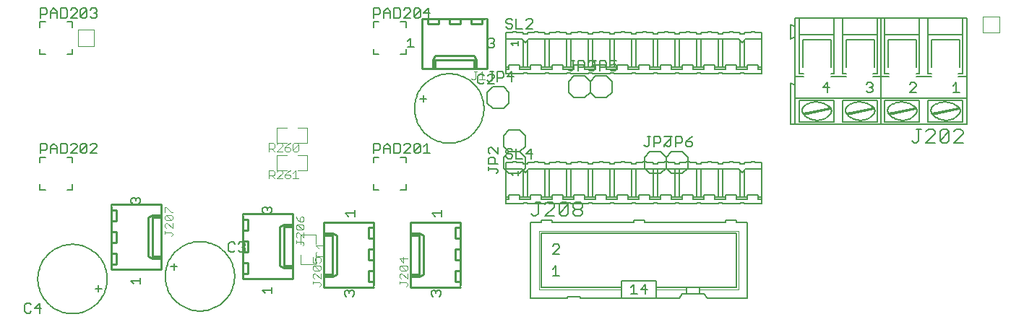
<source format=gtl>
G75*
G70*
%OFA0B0*%
%FSLAX24Y24*%
%IPPOS*%
%LPD*%
%AMOC8*
5,1,8,0,0,1.08239X$1,22.5*
%
%ADD10C,0.0050*%
%ADD11C,0.0020*%
%ADD12C,0.0070*%
%ADD13C,0.0060*%
%ADD14C,0.0040*%
%ADD15C,0.0100*%
%ADD16C,0.0030*%
D10*
X000369Y000522D02*
X000519Y000522D01*
X000594Y000597D01*
X000754Y000747D02*
X001055Y000747D01*
X000980Y000522D02*
X000980Y000972D01*
X000754Y000747D01*
X000594Y000897D02*
X000519Y000972D01*
X000369Y000972D01*
X000294Y000897D01*
X000294Y000597D01*
X000369Y000522D01*
X009690Y003422D02*
X009690Y003722D01*
X009765Y003797D01*
X009915Y003797D01*
X009990Y003722D01*
X010150Y003722D02*
X010225Y003797D01*
X010375Y003797D01*
X010450Y003722D01*
X010450Y003647D01*
X010375Y003572D01*
X010450Y003497D01*
X010450Y003422D01*
X010375Y003347D01*
X010225Y003347D01*
X010150Y003422D01*
X009990Y003422D02*
X009915Y003347D01*
X009765Y003347D01*
X009690Y003422D01*
X010300Y003572D02*
X010375Y003572D01*
X010340Y003847D02*
X010340Y004097D01*
X010340Y005097D01*
X012490Y004597D02*
X012640Y004597D01*
X012640Y004497D01*
X016390Y002972D02*
X016390Y002722D01*
X016390Y001722D01*
X018090Y002222D02*
X018090Y002322D01*
X018090Y002222D02*
X018240Y002222D01*
X020390Y002722D02*
X020390Y002972D01*
X020390Y002722D02*
X020390Y001722D01*
X023615Y001222D02*
X025315Y001222D01*
X025315Y001272D01*
X025915Y001272D01*
X025915Y001222D01*
X027815Y001222D01*
X027815Y001622D01*
X027815Y001722D01*
X024115Y001722D01*
X024115Y004222D01*
X033115Y004222D01*
X033115Y001722D01*
X031415Y001722D01*
X030815Y001722D01*
X029415Y001722D01*
X029415Y001622D01*
X029415Y001222D01*
X027815Y001222D01*
X028240Y001397D02*
X028540Y001397D01*
X028390Y001397D02*
X028390Y001847D01*
X028240Y001697D01*
X027815Y001722D02*
X027815Y002022D01*
X029415Y002022D01*
X029415Y001722D01*
X029000Y001622D02*
X028700Y001622D01*
X028925Y001847D01*
X028925Y001397D01*
X029415Y001222D02*
X030465Y001222D01*
X030615Y001422D01*
X030815Y001422D01*
X031415Y001422D01*
X031415Y001622D01*
X031415Y001722D01*
X030815Y001722D02*
X030815Y001622D01*
X030815Y001422D01*
X031415Y001422D02*
X031615Y001422D01*
X031765Y001222D01*
X033615Y001222D01*
X033615Y004722D01*
X033115Y004722D01*
X033115Y004822D01*
X032615Y004822D01*
X032615Y004722D01*
X028865Y004722D01*
X028865Y004822D01*
X028365Y004822D01*
X028365Y004722D01*
X024615Y004722D01*
X024615Y004822D01*
X024115Y004822D01*
X024115Y004722D01*
X023615Y004722D01*
X023615Y001222D01*
X024640Y002247D02*
X024940Y002247D01*
X024790Y002247D02*
X024790Y002697D01*
X024640Y002547D01*
X024640Y003247D02*
X024940Y003547D01*
X024940Y003622D01*
X024865Y003697D01*
X024715Y003697D01*
X024640Y003622D01*
X024640Y003247D02*
X024940Y003247D01*
X014240Y002222D02*
X014090Y002222D01*
X014090Y002322D01*
X006577Y004934D02*
X006577Y005034D01*
X006427Y005034D01*
X004277Y004534D02*
X004277Y004284D01*
X004277Y004534D02*
X004277Y005534D01*
X003617Y007897D02*
X003317Y007897D01*
X003617Y008197D01*
X003617Y008272D01*
X003542Y008347D01*
X003392Y008347D01*
X003317Y008272D01*
X003156Y008272D02*
X003081Y008347D01*
X002931Y008347D01*
X002856Y008272D01*
X002856Y007972D01*
X003156Y008272D01*
X003156Y007972D01*
X003081Y007897D01*
X002931Y007897D01*
X002856Y007972D01*
X002696Y007897D02*
X002396Y007897D01*
X002696Y008197D01*
X002696Y008272D01*
X002621Y008347D01*
X002471Y008347D01*
X002396Y008272D01*
X002236Y008272D02*
X002161Y008347D01*
X001936Y008347D01*
X001936Y007897D01*
X002161Y007897D01*
X002236Y007972D01*
X002236Y008272D01*
X001775Y008197D02*
X001625Y008347D01*
X001475Y008197D01*
X001475Y007897D01*
X001475Y008122D02*
X001775Y008122D01*
X001775Y008197D02*
X001775Y007897D01*
X001315Y008122D02*
X001240Y008047D01*
X001015Y008047D01*
X001015Y007897D02*
X001015Y008347D01*
X001240Y008347D01*
X001315Y008272D01*
X001315Y008122D01*
X016390Y008047D02*
X016615Y008047D01*
X016690Y008122D01*
X016690Y008272D01*
X016615Y008347D01*
X016390Y008347D01*
X016390Y007897D01*
X016850Y007897D02*
X016850Y008197D01*
X017000Y008347D01*
X017150Y008197D01*
X017150Y007897D01*
X017311Y007897D02*
X017536Y007897D01*
X017611Y007972D01*
X017611Y008272D01*
X017536Y008347D01*
X017311Y008347D01*
X017311Y007897D01*
X017150Y008122D02*
X016850Y008122D01*
X017771Y008272D02*
X017846Y008347D01*
X017996Y008347D01*
X018071Y008272D01*
X018071Y008197D01*
X017771Y007897D01*
X018071Y007897D01*
X018231Y007972D02*
X018531Y008272D01*
X018531Y007972D01*
X018456Y007897D01*
X018306Y007897D01*
X018231Y007972D01*
X018231Y008272D01*
X018306Y008347D01*
X018456Y008347D01*
X018531Y008272D01*
X018692Y008197D02*
X018842Y008347D01*
X018842Y007897D01*
X018692Y007897D02*
X018992Y007897D01*
X021669Y007962D02*
X021744Y007887D01*
X021669Y007962D02*
X021669Y008113D01*
X021744Y008188D01*
X021820Y008188D01*
X022120Y007887D01*
X022120Y008188D01*
X022490Y008032D02*
X022490Y007957D01*
X022565Y007882D01*
X022715Y007882D01*
X022790Y007807D01*
X022790Y007732D01*
X022715Y007657D01*
X022565Y007657D01*
X022490Y007732D01*
X022950Y007657D02*
X023250Y007657D01*
X022950Y007657D02*
X022950Y008107D01*
X022790Y008032D02*
X022715Y008107D01*
X022565Y008107D01*
X022490Y008032D01*
X021970Y007652D02*
X021895Y007727D01*
X021744Y007727D01*
X021669Y007652D01*
X021669Y007427D01*
X022120Y007427D01*
X021970Y007427D02*
X021970Y007652D01*
X021669Y007267D02*
X021669Y007117D01*
X021669Y007192D02*
X022045Y007192D01*
X022120Y007117D01*
X022120Y007042D01*
X022045Y006967D01*
X022700Y006980D02*
X022813Y006867D01*
X022700Y006980D02*
X023040Y006980D01*
X023040Y006867D02*
X023040Y007094D01*
X023636Y007657D02*
X023636Y008107D01*
X023411Y007882D01*
X023711Y007882D01*
X028860Y008292D02*
X028935Y008217D01*
X029010Y008217D01*
X029085Y008292D01*
X029085Y008667D01*
X029010Y008667D02*
X029160Y008667D01*
X029320Y008667D02*
X029545Y008667D01*
X029620Y008592D01*
X029620Y008442D01*
X029545Y008367D01*
X029320Y008367D01*
X029320Y008217D02*
X029320Y008667D01*
X029781Y008667D02*
X030081Y008667D01*
X030081Y008592D01*
X029781Y008292D01*
X029781Y008217D01*
X029860Y008292D02*
X029935Y008217D01*
X030010Y008217D01*
X030085Y008292D01*
X030085Y008667D01*
X030010Y008667D02*
X030160Y008667D01*
X030320Y008667D02*
X030545Y008667D01*
X030620Y008592D01*
X030620Y008442D01*
X030545Y008367D01*
X030320Y008367D01*
X030320Y008217D02*
X030320Y008667D01*
X030781Y008442D02*
X030931Y008592D01*
X031081Y008667D01*
X031006Y008442D02*
X030781Y008442D01*
X030781Y008292D01*
X030856Y008217D01*
X031006Y008217D01*
X031081Y008292D01*
X031081Y008367D01*
X031006Y008442D01*
X037324Y010721D02*
X037324Y011171D01*
X037099Y010946D01*
X037399Y010946D01*
X039099Y010796D02*
X039174Y010721D01*
X039324Y010721D01*
X039399Y010796D01*
X039399Y010871D01*
X039324Y010946D01*
X039249Y010946D01*
X039324Y010946D02*
X039399Y011021D01*
X039399Y011096D01*
X039324Y011171D01*
X039174Y011171D01*
X039099Y011096D01*
X041099Y011096D02*
X041174Y011171D01*
X041324Y011171D01*
X041399Y011096D01*
X041399Y011021D01*
X041099Y010721D01*
X041399Y010721D01*
X043099Y010721D02*
X043399Y010721D01*
X043249Y010721D02*
X043249Y011171D01*
X043099Y011021D01*
X027581Y011792D02*
X027506Y011717D01*
X027356Y011717D01*
X027281Y011792D01*
X027281Y011942D02*
X027431Y012017D01*
X027506Y012017D01*
X027581Y011942D01*
X027581Y011792D01*
X027281Y011942D02*
X027281Y012167D01*
X027581Y012167D01*
X027120Y012092D02*
X027120Y011942D01*
X027045Y011867D01*
X026820Y011867D01*
X026820Y011717D02*
X026820Y012167D01*
X027045Y012167D01*
X027120Y012092D01*
X026660Y012167D02*
X026510Y012167D01*
X026506Y012167D02*
X026581Y012092D01*
X026581Y012017D01*
X026506Y011942D01*
X026581Y011867D01*
X026581Y011792D01*
X026506Y011717D01*
X026356Y011717D01*
X026281Y011792D01*
X026360Y011792D02*
X026435Y011717D01*
X026510Y011717D01*
X026585Y011792D01*
X026585Y012167D01*
X026506Y012167D02*
X026356Y012167D01*
X026281Y012092D01*
X026120Y012092D02*
X026120Y011942D01*
X026045Y011867D01*
X025820Y011867D01*
X025820Y011717D02*
X025820Y012167D01*
X026045Y012167D01*
X026120Y012092D01*
X026431Y011942D02*
X026506Y011942D01*
X025660Y012167D02*
X025510Y012167D01*
X025585Y012167D02*
X025585Y011792D01*
X025510Y011717D01*
X025435Y011717D01*
X025360Y011792D01*
X022831Y011442D02*
X022531Y011442D01*
X022756Y011667D01*
X022756Y011217D01*
X022370Y011442D02*
X022295Y011367D01*
X022070Y011367D01*
X021950Y011397D02*
X021950Y011472D01*
X021875Y011547D01*
X021725Y011547D01*
X021650Y011472D01*
X021490Y011472D02*
X021415Y011547D01*
X021265Y011547D01*
X021190Y011472D01*
X021190Y011172D01*
X021265Y011097D01*
X021415Y011097D01*
X021490Y011172D01*
X021610Y011292D02*
X021685Y011217D01*
X021760Y011217D01*
X021835Y011292D01*
X021835Y011667D01*
X021760Y011667D02*
X021910Y011667D01*
X022070Y011667D02*
X022295Y011667D01*
X022370Y011592D01*
X022370Y011442D01*
X022070Y011217D02*
X022070Y011667D01*
X021950Y011397D02*
X021650Y011097D01*
X021950Y011097D01*
X021115Y011822D02*
X021015Y011822D01*
X021115Y011822D02*
X021115Y011972D01*
X022700Y012980D02*
X023040Y012980D01*
X023040Y012867D02*
X023040Y013094D01*
X022813Y012867D02*
X022700Y012980D01*
X022715Y013657D02*
X022565Y013657D01*
X022490Y013732D01*
X022565Y013882D02*
X022715Y013882D01*
X022790Y013807D01*
X022790Y013732D01*
X022715Y013657D01*
X022950Y013657D02*
X023250Y013657D01*
X023411Y013657D02*
X023711Y013957D01*
X023711Y014032D01*
X023636Y014107D01*
X023486Y014107D01*
X023411Y014032D01*
X022950Y014107D02*
X022950Y013657D01*
X022565Y013882D02*
X022490Y013957D01*
X022490Y014032D01*
X022565Y014107D01*
X022715Y014107D01*
X022790Y014032D01*
X023411Y013657D02*
X023711Y013657D01*
X021615Y014122D02*
X020615Y014122D01*
X020365Y014122D01*
X018992Y014372D02*
X018692Y014372D01*
X018917Y014597D01*
X018917Y014147D01*
X018531Y014222D02*
X018456Y014147D01*
X018306Y014147D01*
X018231Y014222D01*
X018531Y014522D01*
X018531Y014222D01*
X018231Y014222D02*
X018231Y014522D01*
X018306Y014597D01*
X018456Y014597D01*
X018531Y014522D01*
X018071Y014522D02*
X018071Y014447D01*
X017771Y014147D01*
X018071Y014147D01*
X017611Y014222D02*
X017611Y014522D01*
X017536Y014597D01*
X017311Y014597D01*
X017311Y014147D01*
X017536Y014147D01*
X017611Y014222D01*
X017150Y014147D02*
X017150Y014447D01*
X017000Y014597D01*
X016850Y014447D01*
X016850Y014147D01*
X016690Y014372D02*
X016615Y014297D01*
X016390Y014297D01*
X016390Y014147D02*
X016390Y014597D01*
X016615Y014597D01*
X016690Y014522D01*
X016690Y014372D01*
X016850Y014372D02*
X017150Y014372D01*
X017771Y014522D02*
X017846Y014597D01*
X017996Y014597D01*
X018071Y014522D01*
X003617Y014522D02*
X003617Y014447D01*
X003542Y014372D01*
X003617Y014297D01*
X003617Y014222D01*
X003542Y014147D01*
X003392Y014147D01*
X003317Y014222D01*
X003156Y014222D02*
X003081Y014147D01*
X002931Y014147D01*
X002856Y014222D01*
X003156Y014522D01*
X003156Y014222D01*
X002856Y014222D02*
X002856Y014522D01*
X002931Y014597D01*
X003081Y014597D01*
X003156Y014522D01*
X003317Y014522D02*
X003392Y014597D01*
X003542Y014597D01*
X003617Y014522D01*
X003542Y014372D02*
X003467Y014372D01*
X002696Y014447D02*
X002396Y014147D01*
X002696Y014147D01*
X002236Y014222D02*
X002236Y014522D01*
X002161Y014597D01*
X001936Y014597D01*
X001936Y014147D01*
X002161Y014147D01*
X002236Y014222D01*
X001775Y014147D02*
X001775Y014447D01*
X001625Y014597D01*
X001475Y014447D01*
X001475Y014147D01*
X001315Y014372D02*
X001240Y014297D01*
X001015Y014297D01*
X001015Y014147D02*
X001015Y014597D01*
X001240Y014597D01*
X001315Y014522D01*
X001315Y014372D01*
X001475Y014372D02*
X001775Y014372D01*
X002396Y014522D02*
X002471Y014597D01*
X002621Y014597D01*
X002696Y014522D01*
X002696Y014447D01*
D11*
X002740Y013597D02*
X003490Y013597D01*
X003490Y012847D01*
X002740Y012847D01*
X002740Y013597D01*
X024015Y004322D02*
X024015Y001622D01*
X027815Y001622D01*
X029415Y001622D02*
X030815Y001622D01*
X031415Y001622D02*
X033215Y001622D01*
X033215Y004322D01*
X024015Y004322D01*
X044490Y013472D02*
X044490Y014222D01*
X045240Y014222D01*
X045240Y013472D01*
X044490Y013472D01*
D12*
X043460Y009012D02*
X043250Y009012D01*
X043144Y008907D01*
X042920Y008907D02*
X042500Y008486D01*
X042605Y008381D01*
X042815Y008381D01*
X042920Y008486D01*
X042920Y008907D01*
X042815Y009012D01*
X042605Y009012D01*
X042500Y008907D01*
X042500Y008486D01*
X042276Y008381D02*
X041855Y008381D01*
X042276Y008801D01*
X042276Y008907D01*
X042171Y009012D01*
X041961Y009012D01*
X041855Y008907D01*
X041631Y009012D02*
X041421Y009012D01*
X041526Y009012D02*
X041526Y008486D01*
X041421Y008381D01*
X041316Y008381D01*
X041211Y008486D01*
X043144Y008381D02*
X043565Y008801D01*
X043565Y008907D01*
X043460Y009012D01*
X043565Y008381D02*
X043144Y008381D01*
X026004Y005532D02*
X026004Y005427D01*
X025899Y005322D01*
X025688Y005322D01*
X025583Y005427D01*
X025583Y005532D01*
X025688Y005637D01*
X025899Y005637D01*
X026004Y005532D01*
X025899Y005322D02*
X026004Y005217D01*
X026004Y005112D01*
X025899Y005007D01*
X025688Y005007D01*
X025583Y005112D01*
X025583Y005217D01*
X025688Y005322D01*
X025359Y005532D02*
X024939Y005112D01*
X025044Y005007D01*
X025254Y005007D01*
X025359Y005112D01*
X025359Y005532D01*
X025254Y005637D01*
X025044Y005637D01*
X024939Y005532D01*
X024939Y005112D01*
X024715Y005007D02*
X024294Y005007D01*
X024715Y005427D01*
X024715Y005532D01*
X024610Y005637D01*
X024399Y005637D01*
X024294Y005532D01*
X024070Y005637D02*
X023860Y005637D01*
X023965Y005637D02*
X023965Y005112D01*
X023860Y005007D01*
X023755Y005007D01*
X023650Y005112D01*
X019495Y005140D02*
X019065Y005140D01*
X019209Y004996D01*
X019495Y004996D02*
X019495Y005283D01*
X015495Y005283D02*
X015495Y004996D01*
X015495Y005140D02*
X015065Y005140D01*
X015209Y004996D01*
X011684Y005204D02*
X011613Y005132D01*
X011684Y005204D02*
X011684Y005347D01*
X011613Y005419D01*
X011541Y005419D01*
X011469Y005347D01*
X011469Y005275D01*
X011469Y005347D02*
X011397Y005419D01*
X011326Y005419D01*
X011254Y005347D01*
X011254Y005204D01*
X011326Y005132D01*
X005622Y005641D02*
X005550Y005569D01*
X005622Y005641D02*
X005622Y005785D01*
X005550Y005856D01*
X005478Y005856D01*
X005407Y005785D01*
X005407Y005713D01*
X005407Y005785D02*
X005335Y005856D01*
X005263Y005856D01*
X005191Y005785D01*
X005191Y005641D01*
X005263Y005569D01*
X005602Y002156D02*
X005602Y001869D01*
X005602Y002013D02*
X005171Y002013D01*
X005315Y001869D01*
X011234Y001575D02*
X011377Y001432D01*
X011234Y001575D02*
X011664Y001575D01*
X011664Y001432D02*
X011664Y001719D01*
X015045Y001511D02*
X015045Y001368D01*
X015117Y001296D01*
X015260Y001440D02*
X015260Y001511D01*
X015332Y001583D01*
X015404Y001583D01*
X015475Y001511D01*
X015475Y001368D01*
X015404Y001296D01*
X015260Y001511D02*
X015189Y001583D01*
X015117Y001583D01*
X015045Y001511D01*
X019045Y001511D02*
X019045Y001368D01*
X019117Y001296D01*
X019260Y001440D02*
X019260Y001511D01*
X019332Y001583D01*
X019404Y001583D01*
X019475Y001511D01*
X019475Y001368D01*
X019404Y001296D01*
X019260Y001511D02*
X019189Y001583D01*
X019117Y001583D01*
X019045Y001511D01*
X018237Y012797D02*
X017950Y012797D01*
X018093Y012797D02*
X018093Y013228D01*
X017950Y013084D01*
X021650Y013136D02*
X021722Y013208D01*
X021865Y013208D01*
X021937Y013136D01*
X021937Y013064D01*
X021865Y012992D01*
X021937Y012921D01*
X021937Y012849D01*
X021865Y012777D01*
X021722Y012777D01*
X021650Y012849D01*
X021793Y012992D02*
X021865Y012992D01*
D13*
X022465Y013172D02*
X023215Y013172D01*
X023265Y013122D01*
X023265Y011872D01*
X023465Y011872D01*
X023465Y013122D01*
X023515Y013172D01*
X024265Y013172D01*
X024265Y011872D01*
X024465Y011872D01*
X024465Y013172D01*
X025265Y013172D01*
X025465Y013172D01*
X026265Y013172D01*
X026465Y013172D01*
X027265Y013172D01*
X027465Y013172D01*
X028265Y013172D01*
X028465Y013172D01*
X029265Y013172D01*
X029465Y013172D01*
X030265Y013172D01*
X030465Y013172D01*
X031265Y013172D01*
X031465Y013172D01*
X032265Y013172D01*
X032465Y013172D01*
X033215Y013172D01*
X033265Y013122D01*
X033265Y011872D01*
X033465Y011872D01*
X033465Y013122D01*
X033515Y013172D01*
X034265Y013172D01*
X034265Y011872D01*
X034265Y011772D01*
X034115Y011772D01*
X034115Y011872D01*
X034115Y011972D01*
X033615Y011972D01*
X033615Y011872D01*
X033465Y011872D01*
X033615Y011872D02*
X033615Y011772D01*
X033115Y011772D01*
X033115Y011872D01*
X033265Y011872D01*
X033115Y011872D02*
X033115Y011972D01*
X032615Y011972D01*
X032615Y011872D01*
X032465Y011872D01*
X032465Y013172D01*
X032265Y013172D02*
X032265Y011872D01*
X032465Y011872D01*
X032615Y011872D02*
X032615Y011772D01*
X032115Y011772D01*
X032115Y011872D01*
X032265Y011872D01*
X032115Y011872D02*
X032115Y011972D01*
X031615Y011972D01*
X031615Y011872D01*
X031465Y011872D01*
X031465Y013172D01*
X031265Y013172D02*
X031265Y011872D01*
X031465Y011872D01*
X031615Y011872D02*
X031615Y011772D01*
X031115Y011772D01*
X031115Y011872D01*
X031265Y011872D01*
X031115Y011872D02*
X031115Y011972D01*
X030615Y011972D01*
X030615Y011872D01*
X030465Y011872D01*
X030465Y013172D01*
X030265Y013172D02*
X030265Y011872D01*
X030465Y011872D01*
X030615Y011872D02*
X030615Y011772D01*
X030115Y011772D01*
X030115Y011872D01*
X030265Y011872D01*
X030115Y011872D02*
X030115Y011972D01*
X029615Y011972D01*
X029615Y011872D01*
X029465Y011872D01*
X029465Y013172D01*
X029265Y013172D02*
X029265Y011872D01*
X029465Y011872D01*
X029615Y011872D02*
X029615Y011772D01*
X029115Y011772D01*
X029115Y011872D01*
X029265Y011872D01*
X029115Y011872D02*
X029115Y011972D01*
X028615Y011972D01*
X028615Y011872D01*
X028465Y011872D01*
X028465Y013172D01*
X028265Y013172D02*
X028265Y011872D01*
X028465Y011872D01*
X028615Y011872D02*
X028615Y011772D01*
X028115Y011772D01*
X028115Y011872D01*
X028265Y011872D01*
X028115Y011872D02*
X028115Y011972D01*
X027615Y011972D01*
X027615Y011872D01*
X027465Y011872D01*
X027465Y013172D01*
X027265Y013172D02*
X027265Y011872D01*
X027465Y011872D01*
X027615Y011872D02*
X027615Y011772D01*
X027115Y011772D01*
X027115Y011872D01*
X027265Y011872D01*
X027115Y011872D02*
X027115Y011972D01*
X026615Y011972D01*
X026615Y011872D01*
X026465Y011872D01*
X026465Y013172D01*
X026265Y013172D02*
X026265Y011872D01*
X026465Y011872D01*
X026615Y011872D02*
X026615Y011772D01*
X026115Y011772D01*
X026115Y011872D01*
X026265Y011872D01*
X026115Y011872D02*
X026115Y011972D01*
X025615Y011972D01*
X025615Y011872D01*
X025465Y011872D01*
X025265Y011872D01*
X025115Y011872D01*
X025115Y011972D01*
X024615Y011972D01*
X024615Y011872D01*
X024465Y011872D01*
X024615Y011872D02*
X024615Y011772D01*
X024115Y011772D01*
X024115Y011872D01*
X024265Y011872D01*
X024115Y011872D02*
X024115Y011972D01*
X023615Y011972D01*
X023615Y011872D01*
X023465Y011872D01*
X023615Y011872D02*
X023615Y011772D01*
X023115Y011772D01*
X023115Y011872D01*
X023265Y011872D01*
X023115Y011872D02*
X023115Y011972D01*
X022615Y011972D01*
X022615Y011872D01*
X022465Y011872D01*
X022465Y011772D01*
X022615Y011772D01*
X022615Y011872D01*
X022465Y011872D02*
X022465Y013172D01*
X022465Y013472D01*
X022765Y013472D01*
X022765Y013522D01*
X022965Y013522D01*
X022965Y013472D01*
X023265Y013472D01*
X023265Y013422D01*
X023465Y013422D01*
X023465Y013472D01*
X023765Y013472D01*
X023765Y013522D01*
X023965Y013522D01*
X023965Y013472D01*
X024265Y013472D01*
X024265Y013422D01*
X024465Y013422D01*
X024465Y013472D01*
X024765Y013472D01*
X024765Y013522D01*
X024965Y013522D01*
X024965Y013472D01*
X025265Y013472D01*
X025265Y013422D01*
X025465Y013422D01*
X025465Y013472D01*
X025765Y013472D01*
X025765Y013522D01*
X025965Y013522D01*
X025965Y013472D01*
X026265Y013472D01*
X026265Y013422D01*
X026465Y013422D01*
X026465Y013472D01*
X026765Y013472D01*
X026765Y013522D01*
X026965Y013522D01*
X026965Y013472D01*
X027265Y013472D01*
X027265Y013422D01*
X027465Y013422D01*
X027465Y013472D01*
X027765Y013472D01*
X027765Y013522D01*
X027965Y013522D01*
X027965Y013472D01*
X028265Y013472D01*
X028265Y013422D01*
X028465Y013422D01*
X028465Y013472D01*
X028765Y013472D01*
X028765Y013522D01*
X028965Y013522D01*
X028965Y013472D01*
X029265Y013472D01*
X029265Y013422D01*
X029465Y013422D01*
X029465Y013472D01*
X029765Y013472D01*
X029765Y013522D01*
X029965Y013522D01*
X029965Y013472D01*
X030265Y013472D01*
X030265Y013422D01*
X030465Y013422D01*
X030465Y013472D01*
X030765Y013472D01*
X030765Y013522D01*
X030965Y013522D01*
X030965Y013472D01*
X031265Y013472D01*
X031265Y013422D01*
X031465Y013422D01*
X031465Y013472D01*
X031765Y013472D01*
X031765Y013522D01*
X031965Y013522D01*
X031965Y013472D01*
X032265Y013472D01*
X032265Y013422D01*
X032465Y013422D01*
X032465Y013472D01*
X032765Y013472D01*
X032765Y013522D01*
X032965Y013522D01*
X032965Y013472D01*
X033265Y013472D01*
X033265Y013422D01*
X033465Y013422D01*
X033465Y013472D01*
X033765Y013472D01*
X033765Y013522D01*
X033965Y013522D01*
X033965Y013472D01*
X034265Y013472D01*
X034265Y013172D01*
X033465Y013122D02*
X033365Y013022D01*
X033265Y013122D01*
X035614Y013196D02*
X035614Y013846D01*
X035814Y013746D01*
X035814Y013296D01*
X035814Y011446D01*
X036214Y011446D01*
X036214Y011596D02*
X036014Y011596D01*
X036014Y013396D01*
X036014Y014146D01*
X035814Y014146D01*
X035814Y013746D01*
X036014Y014146D02*
X037614Y014146D01*
X038014Y014146D01*
X039614Y014146D01*
X039784Y014146D01*
X039784Y011446D01*
X040154Y011446D01*
X040154Y011596D02*
X039954Y011596D01*
X039954Y013396D01*
X039954Y014146D01*
X039784Y014146D01*
X039614Y014146D02*
X039614Y013396D01*
X038014Y013396D01*
X038014Y011596D01*
X038164Y011596D01*
X038164Y011446D02*
X037464Y011446D01*
X037464Y011596D02*
X037614Y011596D01*
X037614Y013396D01*
X036014Y013396D01*
X035814Y013296D02*
X035614Y013196D01*
X036164Y013146D02*
X037464Y013146D01*
X037464Y011896D01*
X038164Y011896D02*
X038164Y013146D01*
X039464Y013146D01*
X039464Y011896D01*
X040104Y011896D02*
X040104Y013146D01*
X041404Y013146D01*
X041404Y011896D01*
X041404Y011596D02*
X041554Y011596D01*
X041554Y013396D01*
X039954Y013396D01*
X039614Y013396D02*
X039614Y011596D01*
X039414Y011596D01*
X039414Y011446D02*
X039784Y011446D01*
X039784Y010446D01*
X039784Y009246D01*
X035814Y009246D01*
X035614Y009246D01*
X035614Y011146D01*
X035814Y011046D01*
X035814Y010446D01*
X039784Y010446D01*
X043754Y010446D01*
X043754Y009246D01*
X039784Y009246D01*
X039614Y009346D02*
X038014Y009346D01*
X038014Y010346D01*
X039614Y010346D01*
X039614Y009346D01*
X039954Y009346D02*
X039954Y010346D01*
X041554Y010346D01*
X041554Y009346D01*
X039954Y009346D01*
X040157Y010075D02*
X040207Y010109D01*
X040258Y010141D01*
X040312Y010169D01*
X040367Y010194D01*
X040423Y010215D01*
X040481Y010233D01*
X040539Y010247D01*
X040599Y010257D01*
X040659Y010264D01*
X040719Y010267D01*
X040779Y010266D01*
X040839Y010261D01*
X040899Y010253D01*
X040958Y010241D01*
X041016Y010225D01*
X041073Y010205D01*
X041129Y010182D01*
X041183Y010156D01*
X041236Y010126D01*
X041286Y010093D01*
X041334Y010056D01*
X041344Y009996D02*
X040144Y009746D01*
X040194Y009696D02*
X041394Y009946D01*
X041317Y010070D02*
X041343Y010053D01*
X041366Y010034D01*
X041386Y010011D01*
X041403Y009987D01*
X041417Y009960D01*
X041428Y009931D01*
X041434Y009902D01*
X041437Y009872D01*
X041436Y009841D01*
X041431Y009812D01*
X041422Y009783D01*
X041409Y009755D01*
X041393Y009730D01*
X041374Y009706D01*
X042144Y009746D02*
X043344Y009996D01*
X043394Y009946D02*
X042194Y009696D01*
X042154Y009706D02*
X042135Y009730D01*
X042119Y009755D01*
X042106Y009783D01*
X042096Y009811D01*
X042089Y009841D01*
X042085Y009871D01*
X042085Y009901D01*
X042089Y009932D01*
X042096Y009961D01*
X042106Y009990D01*
X042119Y010017D01*
X042135Y010043D01*
X042154Y010066D01*
X042176Y010088D01*
X042152Y009704D02*
X042189Y009664D01*
X042229Y009627D01*
X042271Y009592D01*
X042315Y009561D01*
X042361Y009532D01*
X042409Y009507D01*
X042459Y009484D01*
X042510Y009466D01*
X042562Y009450D01*
X042616Y009439D01*
X042669Y009431D01*
X042724Y009426D01*
X042778Y009425D01*
X042833Y009428D01*
X042887Y009434D01*
X042940Y009444D01*
X042993Y009458D01*
X043044Y009475D01*
X043095Y009496D01*
X043144Y009519D01*
X043191Y009547D01*
X043236Y009577D01*
X043280Y009610D01*
X043320Y009646D01*
X043359Y009685D01*
X043394Y009726D01*
X043374Y009706D02*
X043393Y009730D01*
X043409Y009755D01*
X043422Y009783D01*
X043431Y009812D01*
X043436Y009841D01*
X043437Y009872D01*
X043434Y009902D01*
X043428Y009931D01*
X043417Y009960D01*
X043403Y009987D01*
X043386Y010011D01*
X043366Y010034D01*
X043343Y010053D01*
X043317Y010070D01*
X043554Y010346D02*
X043554Y009346D01*
X041954Y009346D01*
X041954Y010346D01*
X043554Y010346D01*
X043754Y010446D02*
X043754Y011446D01*
X043354Y011446D01*
X043354Y011596D02*
X043554Y011596D01*
X043554Y013396D01*
X043554Y014146D01*
X041954Y014146D01*
X041554Y014146D01*
X039954Y014146D01*
X041554Y014146D02*
X041554Y013396D01*
X041954Y013396D02*
X041954Y011596D01*
X042104Y011596D01*
X042104Y011446D02*
X041404Y011446D01*
X042104Y011896D02*
X042104Y013146D01*
X043404Y013146D01*
X043404Y011896D01*
X043754Y011446D02*
X043754Y014146D01*
X043554Y014146D01*
X041954Y014146D02*
X041954Y013396D01*
X043554Y013396D01*
X038014Y013396D02*
X038014Y014146D01*
X037614Y014146D02*
X037614Y013396D01*
X036164Y013146D02*
X036164Y011896D01*
X035814Y011446D02*
X035814Y011046D01*
X034265Y011572D02*
X034265Y011772D01*
X034265Y011872D02*
X034115Y011872D01*
X034265Y011572D02*
X033465Y011572D01*
X033465Y011622D01*
X033265Y011622D01*
X033265Y011572D01*
X032465Y011572D01*
X032465Y011622D01*
X032265Y011622D01*
X032265Y011572D01*
X031465Y011572D01*
X031465Y011622D01*
X031265Y011622D01*
X031265Y011572D01*
X030465Y011572D01*
X030465Y011622D01*
X030265Y011622D01*
X030265Y011572D01*
X029465Y011572D01*
X029465Y011622D01*
X029265Y011622D01*
X029265Y011572D01*
X028465Y011572D01*
X028465Y011622D01*
X028265Y011622D01*
X028265Y011572D01*
X027465Y011572D01*
X027465Y011622D01*
X027265Y011622D01*
X027265Y011572D01*
X026465Y011572D01*
X026465Y011622D01*
X026265Y011622D01*
X026265Y011572D01*
X025465Y011572D01*
X025465Y011622D01*
X025265Y011622D01*
X025265Y011572D01*
X024465Y011572D01*
X024465Y011622D01*
X024265Y011622D01*
X024265Y011572D01*
X023465Y011572D01*
X023465Y011622D01*
X023265Y011622D01*
X023265Y011572D01*
X022465Y011572D01*
X022465Y011772D01*
X022365Y010972D02*
X021865Y010972D01*
X021615Y010722D01*
X021615Y010222D01*
X021865Y009972D01*
X022365Y009972D01*
X022615Y010222D01*
X022615Y010722D01*
X022365Y010972D01*
X018265Y009972D02*
X018267Y010052D01*
X018273Y010131D01*
X018283Y010210D01*
X018297Y010289D01*
X018314Y010367D01*
X018336Y010444D01*
X018361Y010519D01*
X018391Y010593D01*
X018423Y010666D01*
X018460Y010737D01*
X018500Y010806D01*
X018543Y010873D01*
X018590Y010938D01*
X018639Y011000D01*
X018692Y011060D01*
X018748Y011117D01*
X018806Y011172D01*
X018867Y011223D01*
X018931Y011271D01*
X018997Y011316D01*
X019065Y011358D01*
X019135Y011396D01*
X019207Y011430D01*
X019280Y011461D01*
X019355Y011489D01*
X019432Y011512D01*
X019509Y011532D01*
X019587Y011548D01*
X019666Y011560D01*
X019745Y011568D01*
X019825Y011572D01*
X019905Y011572D01*
X019985Y011568D01*
X020064Y011560D01*
X020143Y011548D01*
X020221Y011532D01*
X020298Y011512D01*
X020375Y011489D01*
X020450Y011461D01*
X020523Y011430D01*
X020595Y011396D01*
X020665Y011358D01*
X020733Y011316D01*
X020799Y011271D01*
X020863Y011223D01*
X020924Y011172D01*
X020982Y011117D01*
X021038Y011060D01*
X021091Y011000D01*
X021140Y010938D01*
X021187Y010873D01*
X021230Y010806D01*
X021270Y010737D01*
X021307Y010666D01*
X021339Y010593D01*
X021369Y010519D01*
X021394Y010444D01*
X021416Y010367D01*
X021433Y010289D01*
X021447Y010210D01*
X021457Y010131D01*
X021463Y010052D01*
X021465Y009972D01*
X021463Y009892D01*
X021457Y009813D01*
X021447Y009734D01*
X021433Y009655D01*
X021416Y009577D01*
X021394Y009500D01*
X021369Y009425D01*
X021339Y009351D01*
X021307Y009278D01*
X021270Y009207D01*
X021230Y009138D01*
X021187Y009071D01*
X021140Y009006D01*
X021091Y008944D01*
X021038Y008884D01*
X020982Y008827D01*
X020924Y008772D01*
X020863Y008721D01*
X020799Y008673D01*
X020733Y008628D01*
X020665Y008586D01*
X020595Y008548D01*
X020523Y008514D01*
X020450Y008483D01*
X020375Y008455D01*
X020298Y008432D01*
X020221Y008412D01*
X020143Y008396D01*
X020064Y008384D01*
X019985Y008376D01*
X019905Y008372D01*
X019825Y008372D01*
X019745Y008376D01*
X019666Y008384D01*
X019587Y008396D01*
X019509Y008412D01*
X019432Y008432D01*
X019355Y008455D01*
X019280Y008483D01*
X019207Y008514D01*
X019135Y008548D01*
X019065Y008586D01*
X018997Y008628D01*
X018931Y008673D01*
X018867Y008721D01*
X018806Y008772D01*
X018748Y008827D01*
X018692Y008884D01*
X018639Y008944D01*
X018590Y009006D01*
X018543Y009071D01*
X018500Y009138D01*
X018460Y009207D01*
X018423Y009278D01*
X018391Y009351D01*
X018361Y009425D01*
X018336Y009500D01*
X018314Y009577D01*
X018297Y009655D01*
X018283Y009734D01*
X018273Y009813D01*
X018267Y009892D01*
X018265Y009972D01*
X018665Y010272D02*
X018665Y010572D01*
X018515Y010422D02*
X018815Y010422D01*
X022365Y008722D02*
X022615Y008972D01*
X023115Y008972D01*
X023365Y008722D01*
X023365Y008222D01*
X023115Y007972D01*
X023365Y007722D01*
X023365Y007222D01*
X023115Y006972D01*
X022615Y006972D01*
X022365Y007222D01*
X022365Y007722D01*
X022615Y007972D01*
X022365Y008222D01*
X022365Y008722D01*
X022615Y007972D02*
X023115Y007972D01*
X022965Y007522D02*
X022765Y007522D01*
X022765Y007472D01*
X022465Y007472D01*
X022465Y007172D01*
X023215Y007172D01*
X023265Y007122D01*
X023265Y005872D01*
X023465Y005872D01*
X023465Y007122D01*
X023515Y007172D01*
X024265Y007172D01*
X024265Y005872D01*
X024465Y005872D01*
X024465Y007172D01*
X025265Y007172D01*
X025465Y007172D01*
X026265Y007172D01*
X026465Y007172D01*
X027265Y007172D01*
X027465Y007172D01*
X028265Y007172D01*
X028465Y007172D01*
X029265Y007172D01*
X029465Y007172D01*
X030265Y007172D01*
X030465Y007172D01*
X031265Y007172D01*
X031465Y007172D01*
X032265Y007172D01*
X032465Y007172D01*
X033215Y007172D01*
X033265Y007122D01*
X033265Y005872D01*
X033465Y005872D01*
X033465Y007122D01*
X033515Y007172D01*
X034265Y007172D01*
X034265Y005872D01*
X034265Y005772D01*
X034115Y005772D01*
X034115Y005872D01*
X034115Y005972D01*
X033615Y005972D01*
X033615Y005872D01*
X033465Y005872D01*
X033615Y005872D02*
X033615Y005772D01*
X033115Y005772D01*
X033115Y005872D01*
X033265Y005872D01*
X033115Y005872D02*
X033115Y005972D01*
X032615Y005972D01*
X032615Y005872D01*
X032465Y005872D01*
X032465Y007172D01*
X032265Y007172D02*
X032265Y005872D01*
X032465Y005872D01*
X032615Y005872D02*
X032615Y005772D01*
X032115Y005772D01*
X032115Y005872D01*
X032265Y005872D01*
X032115Y005872D02*
X032115Y005972D01*
X031615Y005972D01*
X031615Y005872D01*
X031465Y005872D01*
X031465Y007172D01*
X031265Y007172D02*
X031265Y005872D01*
X031465Y005872D01*
X031615Y005872D02*
X031615Y005772D01*
X031115Y005772D01*
X031115Y005872D01*
X031265Y005872D01*
X031115Y005872D02*
X031115Y005972D01*
X030615Y005972D01*
X030615Y005872D01*
X030465Y005872D01*
X030465Y007172D01*
X030265Y007172D02*
X030265Y005872D01*
X030465Y005872D01*
X030615Y005872D02*
X030615Y005772D01*
X030115Y005772D01*
X030115Y005872D01*
X030265Y005872D01*
X030115Y005872D02*
X030115Y005972D01*
X029615Y005972D01*
X029615Y005872D01*
X029465Y005872D01*
X029465Y007172D01*
X029265Y007172D02*
X029265Y005872D01*
X029465Y005872D01*
X029615Y005872D02*
X029615Y005772D01*
X029115Y005772D01*
X029115Y005872D01*
X029265Y005872D01*
X029115Y005872D02*
X029115Y005972D01*
X028615Y005972D01*
X028615Y005872D01*
X028465Y005872D01*
X028465Y007172D01*
X028265Y007172D02*
X028265Y005872D01*
X028465Y005872D01*
X028615Y005872D02*
X028615Y005772D01*
X028115Y005772D01*
X028115Y005872D01*
X028265Y005872D01*
X028115Y005872D02*
X028115Y005972D01*
X027615Y005972D01*
X027615Y005872D01*
X027465Y005872D01*
X027465Y007172D01*
X027265Y007172D02*
X027265Y005872D01*
X027465Y005872D01*
X027615Y005872D02*
X027615Y005772D01*
X027115Y005772D01*
X027115Y005872D01*
X027265Y005872D01*
X027115Y005872D02*
X027115Y005972D01*
X026615Y005972D01*
X026615Y005872D01*
X026465Y005872D01*
X026465Y007172D01*
X026265Y007172D02*
X026265Y005872D01*
X026465Y005872D01*
X026615Y005872D02*
X026615Y005772D01*
X026115Y005772D01*
X026115Y005872D01*
X026265Y005872D01*
X026115Y005872D02*
X026115Y005972D01*
X025615Y005972D01*
X025615Y005872D01*
X025465Y005872D01*
X025265Y005872D01*
X025115Y005872D01*
X025115Y005972D01*
X024615Y005972D01*
X024615Y005872D01*
X024465Y005872D01*
X024615Y005872D02*
X024615Y005772D01*
X024115Y005772D01*
X024115Y005872D01*
X024265Y005872D01*
X024115Y005872D02*
X024115Y005972D01*
X023615Y005972D01*
X023615Y005872D01*
X023465Y005872D01*
X023615Y005872D02*
X023615Y005772D01*
X023115Y005772D01*
X023115Y005872D01*
X023265Y005872D01*
X023115Y005872D02*
X023115Y005972D01*
X022615Y005972D01*
X022615Y005872D01*
X022465Y005872D01*
X022465Y005772D01*
X022615Y005772D01*
X022615Y005872D01*
X022465Y005872D02*
X022465Y007172D01*
X023265Y007122D02*
X023365Y007022D01*
X023465Y007122D01*
X023465Y007422D02*
X023265Y007422D01*
X023265Y007472D01*
X022965Y007472D01*
X022965Y007522D01*
X023465Y007472D02*
X023765Y007472D01*
X023765Y007522D01*
X023965Y007522D01*
X023965Y007472D01*
X024265Y007472D01*
X024265Y007422D01*
X024465Y007422D01*
X024465Y007472D01*
X024765Y007472D01*
X024765Y007522D01*
X024965Y007522D01*
X024965Y007472D01*
X025265Y007472D01*
X025265Y007422D01*
X025465Y007422D01*
X025465Y007472D01*
X025765Y007472D01*
X025765Y007522D01*
X025965Y007522D01*
X025965Y007472D01*
X026265Y007472D01*
X026265Y007422D01*
X026465Y007422D01*
X026465Y007472D01*
X026765Y007472D01*
X026765Y007522D01*
X026965Y007522D01*
X026965Y007472D01*
X027265Y007472D01*
X027265Y007422D01*
X027465Y007422D01*
X027465Y007472D01*
X027765Y007472D01*
X027765Y007522D01*
X027965Y007522D01*
X027965Y007472D01*
X028265Y007472D01*
X028265Y007422D01*
X028465Y007422D01*
X028465Y007472D01*
X028765Y007472D01*
X028765Y007522D01*
X028965Y007522D01*
X028965Y007472D01*
X029265Y007472D01*
X029265Y007422D01*
X029465Y007422D01*
X029465Y007472D01*
X029765Y007472D01*
X029765Y007522D01*
X029965Y007522D01*
X029965Y007472D01*
X030265Y007472D01*
X030265Y007422D01*
X030465Y007422D01*
X030465Y007472D01*
X030765Y007472D01*
X030765Y007522D01*
X030965Y007522D01*
X030965Y007472D01*
X031265Y007472D01*
X031265Y007422D01*
X031465Y007422D01*
X031465Y007472D01*
X031765Y007472D01*
X031765Y007522D01*
X031965Y007522D01*
X031965Y007472D01*
X032265Y007472D01*
X032265Y007422D01*
X032465Y007422D01*
X032465Y007472D01*
X032765Y007472D01*
X032765Y007522D01*
X032965Y007522D01*
X032965Y007472D01*
X033265Y007472D01*
X033265Y007422D01*
X033465Y007422D01*
X033465Y007472D01*
X033765Y007472D01*
X033765Y007522D01*
X033965Y007522D01*
X033965Y007472D01*
X034265Y007472D01*
X034265Y007172D01*
X033465Y007122D02*
X033365Y007022D01*
X033265Y007122D01*
X030865Y007222D02*
X030615Y006972D01*
X030115Y006972D01*
X029865Y007222D01*
X029615Y006972D01*
X029115Y006972D01*
X028865Y007222D01*
X028865Y007722D01*
X029115Y007972D01*
X029615Y007972D01*
X029865Y007722D01*
X029865Y007222D01*
X029865Y007722D01*
X030115Y007972D01*
X030615Y007972D01*
X030865Y007722D01*
X030865Y007222D01*
X034115Y005872D02*
X034265Y005872D01*
X034265Y005772D02*
X034265Y005572D01*
X033465Y005572D01*
X033465Y005622D01*
X033265Y005622D01*
X033265Y005572D01*
X032465Y005572D01*
X032465Y005622D01*
X032265Y005622D01*
X032265Y005572D01*
X031465Y005572D01*
X031465Y005622D01*
X031265Y005622D01*
X031265Y005572D01*
X030465Y005572D01*
X030465Y005622D01*
X030265Y005622D01*
X030265Y005572D01*
X029465Y005572D01*
X029465Y005622D01*
X029265Y005622D01*
X029265Y005572D01*
X028465Y005572D01*
X028465Y005622D01*
X028265Y005622D01*
X028265Y005572D01*
X027465Y005572D01*
X027465Y005622D01*
X027265Y005622D01*
X027265Y005572D01*
X026465Y005572D01*
X026465Y005622D01*
X026265Y005622D01*
X026265Y005572D01*
X025465Y005572D01*
X025465Y005622D01*
X025265Y005622D01*
X025265Y005572D01*
X024465Y005572D01*
X024465Y005622D01*
X024265Y005622D01*
X024265Y005572D01*
X023465Y005572D01*
X023465Y005622D01*
X023265Y005622D01*
X023265Y005572D01*
X022465Y005572D01*
X022465Y005772D01*
X025115Y005772D02*
X025615Y005772D01*
X025615Y005872D01*
X025465Y005872D02*
X025465Y007172D01*
X025265Y007172D02*
X025265Y005872D01*
X025115Y005872D02*
X025115Y005772D01*
X024465Y007172D02*
X024265Y007172D01*
X023465Y007422D02*
X023465Y007472D01*
X017865Y007472D02*
X017865Y007722D01*
X017615Y007722D01*
X016615Y007722D02*
X016365Y007722D01*
X016365Y007472D01*
X016365Y006472D02*
X016365Y006222D01*
X016615Y006222D01*
X017615Y006222D02*
X017865Y006222D01*
X017865Y006472D01*
X007165Y002822D02*
X007165Y002522D01*
X007015Y002672D02*
X007315Y002672D01*
X006765Y002222D02*
X006767Y002302D01*
X006773Y002381D01*
X006783Y002460D01*
X006797Y002539D01*
X006814Y002617D01*
X006836Y002694D01*
X006861Y002769D01*
X006891Y002843D01*
X006923Y002916D01*
X006960Y002987D01*
X007000Y003056D01*
X007043Y003123D01*
X007090Y003188D01*
X007139Y003250D01*
X007192Y003310D01*
X007248Y003367D01*
X007306Y003422D01*
X007367Y003473D01*
X007431Y003521D01*
X007497Y003566D01*
X007565Y003608D01*
X007635Y003646D01*
X007707Y003680D01*
X007780Y003711D01*
X007855Y003739D01*
X007932Y003762D01*
X008009Y003782D01*
X008087Y003798D01*
X008166Y003810D01*
X008245Y003818D01*
X008325Y003822D01*
X008405Y003822D01*
X008485Y003818D01*
X008564Y003810D01*
X008643Y003798D01*
X008721Y003782D01*
X008798Y003762D01*
X008875Y003739D01*
X008950Y003711D01*
X009023Y003680D01*
X009095Y003646D01*
X009165Y003608D01*
X009233Y003566D01*
X009299Y003521D01*
X009363Y003473D01*
X009424Y003422D01*
X009482Y003367D01*
X009538Y003310D01*
X009591Y003250D01*
X009640Y003188D01*
X009687Y003123D01*
X009730Y003056D01*
X009770Y002987D01*
X009807Y002916D01*
X009839Y002843D01*
X009869Y002769D01*
X009894Y002694D01*
X009916Y002617D01*
X009933Y002539D01*
X009947Y002460D01*
X009957Y002381D01*
X009963Y002302D01*
X009965Y002222D01*
X009963Y002142D01*
X009957Y002063D01*
X009947Y001984D01*
X009933Y001905D01*
X009916Y001827D01*
X009894Y001750D01*
X009869Y001675D01*
X009839Y001601D01*
X009807Y001528D01*
X009770Y001457D01*
X009730Y001388D01*
X009687Y001321D01*
X009640Y001256D01*
X009591Y001194D01*
X009538Y001134D01*
X009482Y001077D01*
X009424Y001022D01*
X009363Y000971D01*
X009299Y000923D01*
X009233Y000878D01*
X009165Y000836D01*
X009095Y000798D01*
X009023Y000764D01*
X008950Y000733D01*
X008875Y000705D01*
X008798Y000682D01*
X008721Y000662D01*
X008643Y000646D01*
X008564Y000634D01*
X008485Y000626D01*
X008405Y000622D01*
X008325Y000622D01*
X008245Y000626D01*
X008166Y000634D01*
X008087Y000646D01*
X008009Y000662D01*
X007932Y000682D01*
X007855Y000705D01*
X007780Y000733D01*
X007707Y000764D01*
X007635Y000798D01*
X007565Y000836D01*
X007497Y000878D01*
X007431Y000923D01*
X007367Y000971D01*
X007306Y001022D01*
X007248Y001077D01*
X007192Y001134D01*
X007139Y001194D01*
X007090Y001256D01*
X007043Y001321D01*
X007000Y001388D01*
X006960Y001457D01*
X006923Y001528D01*
X006891Y001601D01*
X006861Y001675D01*
X006836Y001750D01*
X006814Y001827D01*
X006797Y001905D01*
X006783Y001984D01*
X006773Y002063D01*
X006767Y002142D01*
X006765Y002222D01*
X003840Y001647D02*
X003540Y001647D01*
X003690Y001797D02*
X003690Y001497D01*
X000890Y002097D02*
X000892Y002177D01*
X000898Y002256D01*
X000908Y002335D01*
X000922Y002414D01*
X000939Y002492D01*
X000961Y002569D01*
X000986Y002644D01*
X001016Y002718D01*
X001048Y002791D01*
X001085Y002862D01*
X001125Y002931D01*
X001168Y002998D01*
X001215Y003063D01*
X001264Y003125D01*
X001317Y003185D01*
X001373Y003242D01*
X001431Y003297D01*
X001492Y003348D01*
X001556Y003396D01*
X001622Y003441D01*
X001690Y003483D01*
X001760Y003521D01*
X001832Y003555D01*
X001905Y003586D01*
X001980Y003614D01*
X002057Y003637D01*
X002134Y003657D01*
X002212Y003673D01*
X002291Y003685D01*
X002370Y003693D01*
X002450Y003697D01*
X002530Y003697D01*
X002610Y003693D01*
X002689Y003685D01*
X002768Y003673D01*
X002846Y003657D01*
X002923Y003637D01*
X003000Y003614D01*
X003075Y003586D01*
X003148Y003555D01*
X003220Y003521D01*
X003290Y003483D01*
X003358Y003441D01*
X003424Y003396D01*
X003488Y003348D01*
X003549Y003297D01*
X003607Y003242D01*
X003663Y003185D01*
X003716Y003125D01*
X003765Y003063D01*
X003812Y002998D01*
X003855Y002931D01*
X003895Y002862D01*
X003932Y002791D01*
X003964Y002718D01*
X003994Y002644D01*
X004019Y002569D01*
X004041Y002492D01*
X004058Y002414D01*
X004072Y002335D01*
X004082Y002256D01*
X004088Y002177D01*
X004090Y002097D01*
X004088Y002017D01*
X004082Y001938D01*
X004072Y001859D01*
X004058Y001780D01*
X004041Y001702D01*
X004019Y001625D01*
X003994Y001550D01*
X003964Y001476D01*
X003932Y001403D01*
X003895Y001332D01*
X003855Y001263D01*
X003812Y001196D01*
X003765Y001131D01*
X003716Y001069D01*
X003663Y001009D01*
X003607Y000952D01*
X003549Y000897D01*
X003488Y000846D01*
X003424Y000798D01*
X003358Y000753D01*
X003290Y000711D01*
X003220Y000673D01*
X003148Y000639D01*
X003075Y000608D01*
X003000Y000580D01*
X002923Y000557D01*
X002846Y000537D01*
X002768Y000521D01*
X002689Y000509D01*
X002610Y000501D01*
X002530Y000497D01*
X002450Y000497D01*
X002370Y000501D01*
X002291Y000509D01*
X002212Y000521D01*
X002134Y000537D01*
X002057Y000557D01*
X001980Y000580D01*
X001905Y000608D01*
X001832Y000639D01*
X001760Y000673D01*
X001690Y000711D01*
X001622Y000753D01*
X001556Y000798D01*
X001492Y000846D01*
X001431Y000897D01*
X001373Y000952D01*
X001317Y001009D01*
X001264Y001069D01*
X001215Y001131D01*
X001168Y001196D01*
X001125Y001263D01*
X001085Y001332D01*
X001048Y001403D01*
X001016Y001476D01*
X000986Y001550D01*
X000961Y001625D01*
X000939Y001702D01*
X000922Y001780D01*
X000908Y001859D01*
X000898Y001938D01*
X000892Y002017D01*
X000890Y002097D01*
X000990Y006222D02*
X000990Y006472D01*
X000990Y006222D02*
X001240Y006222D01*
X002240Y006222D02*
X002490Y006222D01*
X002490Y006472D01*
X002490Y007472D02*
X002490Y007722D01*
X002240Y007722D01*
X001240Y007722D02*
X000990Y007722D01*
X000990Y007472D01*
X000990Y012472D02*
X000990Y012722D01*
X000990Y012472D02*
X001240Y012472D01*
X002240Y012472D02*
X002490Y012472D01*
X002490Y012722D01*
X002490Y013722D02*
X002490Y013972D01*
X002240Y013972D01*
X001240Y013972D02*
X000990Y013972D01*
X000990Y013722D01*
X016365Y013722D02*
X016365Y013972D01*
X016615Y013972D01*
X017615Y013972D02*
X017865Y013972D01*
X017865Y013722D01*
X017865Y012722D02*
X017865Y012472D01*
X017615Y012472D01*
X016615Y012472D02*
X016365Y012472D01*
X016365Y012722D01*
X023265Y013122D02*
X023365Y013022D01*
X023465Y013122D01*
X024265Y013172D02*
X024465Y013172D01*
X025265Y013172D02*
X025265Y011872D01*
X025115Y011872D02*
X025115Y011772D01*
X025615Y011772D01*
X025615Y011872D01*
X025465Y011872D02*
X025465Y013172D01*
X025615Y011472D02*
X025365Y011222D01*
X025365Y010722D01*
X025615Y010472D01*
X026115Y010472D01*
X026365Y010722D01*
X026615Y010472D01*
X027115Y010472D01*
X027365Y010722D01*
X027365Y011222D01*
X027115Y011472D01*
X026615Y011472D01*
X026365Y011222D01*
X026365Y010722D01*
X026365Y011222D01*
X026115Y011472D01*
X025615Y011472D01*
X035814Y010446D02*
X035814Y009246D01*
X036014Y009346D02*
X036014Y010346D01*
X037614Y010346D01*
X037614Y009346D01*
X036014Y009346D01*
X036218Y010074D02*
X036267Y010109D01*
X036319Y010140D01*
X036372Y010168D01*
X036427Y010193D01*
X036483Y010214D01*
X036541Y010232D01*
X036599Y010246D01*
X036659Y010256D01*
X036719Y010263D01*
X036779Y010266D01*
X036839Y010265D01*
X036899Y010260D01*
X036959Y010252D01*
X037018Y010240D01*
X037076Y010224D01*
X037133Y010204D01*
X037189Y010181D01*
X037243Y010155D01*
X037295Y010125D01*
X037345Y010092D01*
X037394Y010056D01*
X037404Y009996D02*
X036204Y009746D01*
X036254Y009696D02*
X037454Y009946D01*
X037377Y010070D02*
X037403Y010053D01*
X037426Y010034D01*
X037446Y010011D01*
X037463Y009987D01*
X037477Y009960D01*
X037488Y009931D01*
X037494Y009902D01*
X037497Y009872D01*
X037496Y009841D01*
X037491Y009812D01*
X037482Y009783D01*
X037469Y009755D01*
X037453Y009730D01*
X037434Y009706D01*
X038204Y009746D02*
X039404Y009996D01*
X039454Y009946D02*
X038254Y009696D01*
X038214Y009706D02*
X038195Y009730D01*
X038179Y009755D01*
X038166Y009783D01*
X038156Y009811D01*
X038149Y009841D01*
X038145Y009871D01*
X038145Y009901D01*
X038149Y009932D01*
X038156Y009961D01*
X038166Y009990D01*
X038179Y010017D01*
X038195Y010043D01*
X038214Y010066D01*
X038236Y010088D01*
X038212Y009704D02*
X038249Y009664D01*
X038289Y009627D01*
X038331Y009592D01*
X038375Y009561D01*
X038421Y009532D01*
X038469Y009507D01*
X038519Y009485D01*
X038570Y009466D01*
X038622Y009450D01*
X038676Y009439D01*
X038729Y009431D01*
X038784Y009426D01*
X038838Y009425D01*
X038892Y009428D01*
X038947Y009434D01*
X039000Y009444D01*
X039053Y009458D01*
X039104Y009475D01*
X039155Y009496D01*
X039204Y009519D01*
X039251Y009547D01*
X039296Y009577D01*
X039339Y009610D01*
X039380Y009646D01*
X039419Y009685D01*
X039454Y009726D01*
X039434Y009706D02*
X039453Y009730D01*
X039469Y009755D01*
X039482Y009783D01*
X039491Y009812D01*
X039496Y009841D01*
X039497Y009872D01*
X039494Y009902D01*
X039488Y009931D01*
X039477Y009960D01*
X039463Y009987D01*
X039446Y010011D01*
X039426Y010034D01*
X039403Y010053D01*
X039377Y010070D01*
X040176Y010088D02*
X040154Y010066D01*
X040135Y010043D01*
X040119Y010017D01*
X040106Y009990D01*
X040096Y009961D01*
X040089Y009932D01*
X040085Y009901D01*
X040085Y009871D01*
X040089Y009841D01*
X040096Y009811D01*
X040106Y009783D01*
X040119Y009755D01*
X040135Y009730D01*
X040154Y009706D01*
X040152Y009704D02*
X040189Y009664D01*
X040229Y009627D01*
X040271Y009592D01*
X040315Y009561D01*
X040361Y009532D01*
X040409Y009507D01*
X040459Y009484D01*
X040510Y009466D01*
X040562Y009450D01*
X040616Y009439D01*
X040669Y009431D01*
X040724Y009426D01*
X040778Y009425D01*
X040833Y009428D01*
X040887Y009434D01*
X040940Y009444D01*
X040993Y009458D01*
X041044Y009475D01*
X041095Y009496D01*
X041144Y009519D01*
X041191Y009547D01*
X041236Y009577D01*
X041280Y009610D01*
X041320Y009646D01*
X041359Y009685D01*
X041394Y009726D01*
X042157Y010075D02*
X042207Y010109D01*
X042258Y010141D01*
X042312Y010169D01*
X042367Y010194D01*
X042423Y010215D01*
X042481Y010233D01*
X042539Y010247D01*
X042599Y010257D01*
X042659Y010264D01*
X042719Y010267D01*
X042779Y010266D01*
X042839Y010261D01*
X042899Y010253D01*
X042958Y010241D01*
X043016Y010225D01*
X043073Y010205D01*
X043129Y010182D01*
X043183Y010156D01*
X043236Y010126D01*
X043286Y010093D01*
X043334Y010056D01*
X039394Y010056D02*
X039345Y010092D01*
X039295Y010125D01*
X039243Y010155D01*
X039189Y010181D01*
X039133Y010204D01*
X039076Y010224D01*
X039018Y010240D01*
X038959Y010252D01*
X038899Y010260D01*
X038839Y010265D01*
X038779Y010266D01*
X038719Y010263D01*
X038659Y010256D01*
X038599Y010246D01*
X038541Y010232D01*
X038483Y010214D01*
X038427Y010193D01*
X038372Y010168D01*
X038319Y010140D01*
X038267Y010109D01*
X038218Y010074D01*
X037454Y009726D02*
X037419Y009685D01*
X037380Y009646D01*
X037339Y009610D01*
X037296Y009577D01*
X037251Y009547D01*
X037204Y009519D01*
X037155Y009496D01*
X037104Y009475D01*
X037053Y009458D01*
X037000Y009444D01*
X036947Y009434D01*
X036892Y009428D01*
X036838Y009425D01*
X036784Y009426D01*
X036729Y009431D01*
X036676Y009439D01*
X036622Y009450D01*
X036570Y009466D01*
X036519Y009485D01*
X036469Y009507D01*
X036421Y009532D01*
X036375Y009561D01*
X036331Y009592D01*
X036289Y009627D01*
X036249Y009664D01*
X036212Y009704D01*
X036214Y009706D02*
X036195Y009730D01*
X036179Y009755D01*
X036166Y009783D01*
X036156Y009811D01*
X036149Y009841D01*
X036145Y009871D01*
X036145Y009901D01*
X036149Y009932D01*
X036156Y009961D01*
X036166Y009990D01*
X036179Y010017D01*
X036195Y010043D01*
X036214Y010066D01*
X036236Y010088D01*
D14*
X021496Y011302D02*
X021256Y011302D01*
X021376Y011302D02*
X021376Y011663D01*
X021256Y011543D01*
X021128Y011663D02*
X021008Y011663D01*
X021068Y011663D02*
X021068Y011362D01*
X021008Y011302D01*
X020948Y011302D01*
X020888Y011362D01*
X007037Y005175D02*
X006796Y005416D01*
X006736Y005416D01*
X006736Y005175D01*
X006796Y005047D02*
X007037Y004807D01*
X007097Y004867D01*
X007097Y004987D01*
X007037Y005047D01*
X006796Y005047D01*
X006736Y004987D01*
X006736Y004867D01*
X006796Y004807D01*
X007037Y004807D01*
X007097Y004679D02*
X007097Y004439D01*
X006857Y004679D01*
X006796Y004679D01*
X006736Y004619D01*
X006736Y004499D01*
X006796Y004439D01*
X006736Y004311D02*
X006736Y004191D01*
X006736Y004251D02*
X007037Y004251D01*
X007097Y004191D01*
X007097Y004130D01*
X007037Y004070D01*
X007037Y005175D02*
X007097Y005175D01*
X012799Y004978D02*
X012859Y004858D01*
X012979Y004738D01*
X012979Y004918D01*
X013039Y004978D01*
X013099Y004978D01*
X013159Y004918D01*
X013159Y004798D01*
X013099Y004738D01*
X012979Y004738D01*
X012859Y004610D02*
X013099Y004370D01*
X013159Y004430D01*
X013159Y004550D01*
X013099Y004610D01*
X012859Y004610D01*
X012799Y004550D01*
X012799Y004430D01*
X012859Y004370D01*
X013099Y004370D01*
X013159Y004241D02*
X013159Y004001D01*
X012919Y004241D01*
X012859Y004241D01*
X012799Y004181D01*
X012799Y004061D01*
X012859Y004001D01*
X012799Y003873D02*
X012799Y003753D01*
X012799Y003813D02*
X013099Y003813D01*
X013159Y003753D01*
X013159Y003693D01*
X013099Y003633D01*
X013570Y003097D02*
X013570Y002857D01*
X013750Y002857D01*
X013690Y002977D01*
X013690Y003037D01*
X013750Y003097D01*
X013870Y003097D01*
X013930Y003037D01*
X013930Y002917D01*
X013870Y002857D01*
X013870Y002729D02*
X013930Y002669D01*
X013930Y002549D01*
X013870Y002489D01*
X013630Y002729D01*
X013870Y002729D01*
X013630Y002729D02*
X013570Y002669D01*
X013570Y002549D01*
X013630Y002489D01*
X013870Y002489D01*
X013930Y002361D02*
X013930Y002121D01*
X013690Y002361D01*
X013630Y002361D01*
X013570Y002301D01*
X013570Y002181D01*
X013630Y002121D01*
X013570Y001993D02*
X013570Y001872D01*
X013570Y001932D02*
X013870Y001932D01*
X013930Y001872D01*
X013930Y001812D01*
X013870Y001752D01*
X017570Y001872D02*
X017570Y001993D01*
X017570Y001932D02*
X017870Y001932D01*
X017930Y001872D01*
X017930Y001812D01*
X017870Y001752D01*
X017930Y002121D02*
X017690Y002361D01*
X017630Y002361D01*
X017570Y002301D01*
X017570Y002181D01*
X017630Y002121D01*
X017930Y002121D02*
X017930Y002361D01*
X017870Y002489D02*
X017630Y002489D01*
X017570Y002549D01*
X017570Y002669D01*
X017630Y002729D01*
X017870Y002489D01*
X017930Y002549D01*
X017930Y002669D01*
X017870Y002729D01*
X017630Y002729D01*
X017750Y002857D02*
X017750Y003097D01*
X017570Y003037D02*
X017750Y002857D01*
X017930Y003037D02*
X017570Y003037D01*
D15*
X018090Y002722D02*
X018090Y004722D01*
X019240Y004722D01*
X020390Y004722D01*
X020390Y004472D01*
X020140Y004472D01*
X020140Y003972D01*
X020390Y003972D01*
X020390Y003472D01*
X020140Y003472D01*
X020140Y002972D01*
X020390Y002972D01*
X020390Y002472D01*
X020390Y001972D01*
X020140Y001972D01*
X020140Y002472D01*
X020390Y002472D01*
X020390Y002972D02*
X020390Y003472D01*
X020390Y003972D02*
X020390Y004472D01*
X018690Y004122D02*
X018490Y004222D01*
X018090Y004222D01*
X018090Y004122D02*
X018490Y004122D01*
X018490Y004222D01*
X018490Y004122D02*
X018490Y002322D01*
X018090Y002322D01*
X018090Y002222D02*
X018490Y002222D01*
X018690Y002322D01*
X018690Y004122D01*
X016390Y003972D02*
X016390Y003472D01*
X016140Y003472D01*
X016140Y002972D01*
X016390Y002972D01*
X016390Y002472D01*
X016390Y001972D01*
X016140Y001972D01*
X016140Y002472D01*
X016390Y002472D01*
X016390Y002972D02*
X016390Y003472D01*
X016390Y003972D02*
X016140Y003972D01*
X016140Y004472D01*
X016390Y004472D01*
X016390Y004722D01*
X015240Y004722D01*
X014090Y004722D01*
X014090Y002722D01*
X014090Y002222D01*
X014490Y002222D01*
X014690Y002322D01*
X014690Y004122D01*
X014490Y004222D01*
X014090Y004222D01*
X014090Y004122D02*
X014490Y004122D01*
X014490Y004222D01*
X014490Y004122D02*
X014490Y002322D01*
X014090Y002322D01*
X014090Y002222D02*
X014090Y001722D01*
X015240Y001722D01*
X016390Y001722D01*
X016390Y001822D02*
X016390Y001972D01*
X018090Y001722D02*
X018090Y002222D01*
X018090Y002722D01*
X018490Y002322D02*
X018490Y002222D01*
X018090Y001722D02*
X019240Y001722D01*
X020390Y001722D01*
X020390Y001822D02*
X020390Y001972D01*
X016390Y003972D02*
X016390Y004472D01*
X012640Y004497D02*
X012240Y004497D01*
X012240Y002697D01*
X012640Y002697D01*
X012640Y002597D02*
X012240Y002597D01*
X012040Y002697D01*
X012040Y004497D01*
X012240Y004597D01*
X012240Y004497D01*
X012240Y004597D02*
X012640Y004597D01*
X012640Y004097D01*
X012640Y002097D01*
X011490Y002097D01*
X010340Y002097D01*
X010340Y002347D01*
X010590Y002347D01*
X010590Y002847D01*
X010340Y002847D01*
X010340Y003347D01*
X010590Y003347D01*
X010590Y003847D01*
X010340Y003847D01*
X010340Y004347D01*
X010340Y004847D01*
X010590Y004847D01*
X010590Y004347D01*
X010340Y004347D01*
X010340Y003847D02*
X010340Y003347D01*
X010340Y002847D02*
X010340Y002347D01*
X012240Y002597D02*
X012240Y002697D01*
X014490Y002322D02*
X014490Y002222D01*
X012640Y004597D02*
X012640Y005097D01*
X011490Y005097D01*
X010340Y005097D01*
X010340Y004997D02*
X010340Y004847D01*
X006577Y004934D02*
X006177Y004934D01*
X006177Y003134D01*
X006577Y003134D01*
X006577Y003034D02*
X006177Y003034D01*
X005977Y003134D01*
X005977Y004934D01*
X006177Y005034D01*
X006177Y004934D01*
X006177Y005034D02*
X006577Y005034D01*
X006577Y004534D01*
X006577Y002534D01*
X005427Y002534D01*
X004277Y002534D01*
X004277Y002784D01*
X004527Y002784D01*
X004527Y003284D01*
X004277Y003284D01*
X004277Y003784D01*
X004527Y003784D01*
X004527Y004284D01*
X004277Y004284D01*
X004277Y004784D01*
X004277Y005284D01*
X004527Y005284D01*
X004527Y004784D01*
X004277Y004784D01*
X004277Y004284D02*
X004277Y003784D01*
X004277Y003284D02*
X004277Y002784D01*
X006177Y003034D02*
X006177Y003134D01*
X006577Y005034D02*
X006577Y005534D01*
X005427Y005534D01*
X004277Y005534D01*
X004277Y005434D02*
X004277Y005284D01*
X018615Y011822D02*
X020615Y011822D01*
X021115Y011822D01*
X021115Y012222D01*
X021015Y012422D01*
X019215Y012422D01*
X019115Y012222D01*
X019115Y011822D01*
X019215Y011822D02*
X019215Y012222D01*
X019115Y012222D01*
X019215Y012222D02*
X021015Y012222D01*
X021015Y011822D01*
X021115Y011822D02*
X021615Y011822D01*
X021615Y012972D01*
X021615Y014122D01*
X021515Y014122D02*
X021365Y014122D01*
X020865Y014122D01*
X020365Y014122D01*
X020365Y013872D01*
X019865Y013872D01*
X019865Y014122D01*
X019365Y014122D01*
X019365Y013872D01*
X018865Y013872D01*
X018865Y014122D01*
X018615Y014122D01*
X018615Y012972D01*
X018615Y011822D01*
X021015Y012222D02*
X021115Y012222D01*
X021365Y013872D02*
X020865Y013872D01*
X020865Y014122D01*
X021365Y014122D02*
X021365Y013872D01*
X020365Y014122D02*
X019865Y014122D01*
X019365Y014122D02*
X018865Y014122D01*
D16*
X013302Y009065D02*
X012865Y009065D01*
X013302Y009065D02*
X013302Y008378D01*
X012865Y008378D01*
X012840Y008363D02*
X012902Y008301D01*
X012655Y008054D01*
X012717Y007992D01*
X012840Y007992D01*
X012902Y008054D01*
X012902Y008301D01*
X012840Y008363D02*
X012717Y008363D01*
X012655Y008301D01*
X012655Y008054D01*
X012534Y008054D02*
X012534Y008116D01*
X012472Y008177D01*
X012287Y008177D01*
X012287Y008054D01*
X012349Y007992D01*
X012472Y007992D01*
X012534Y008054D01*
X012287Y008177D02*
X012410Y008301D01*
X012534Y008363D01*
X012365Y008378D02*
X011927Y008378D01*
X011927Y009065D01*
X012365Y009065D01*
X012104Y008363D02*
X011980Y008363D01*
X011919Y008301D01*
X011797Y008301D02*
X011735Y008363D01*
X011550Y008363D01*
X011550Y007992D01*
X011550Y008116D02*
X011735Y008116D01*
X011797Y008177D01*
X011797Y008301D01*
X011674Y008116D02*
X011797Y007992D01*
X011919Y007992D02*
X012165Y008239D01*
X012165Y008301D01*
X012104Y008363D01*
X012165Y007992D02*
X011919Y007992D01*
X011927Y007815D02*
X012365Y007815D01*
X011927Y007815D02*
X011927Y007128D01*
X012365Y007128D01*
X012410Y007051D02*
X012534Y007113D01*
X012410Y007051D02*
X012287Y006927D01*
X012472Y006927D01*
X012534Y006866D01*
X012534Y006804D01*
X012472Y006742D01*
X012349Y006742D01*
X012287Y006804D01*
X012287Y006927D01*
X012165Y006989D02*
X011919Y006742D01*
X012165Y006742D01*
X011797Y006742D02*
X011674Y006866D01*
X011735Y006866D02*
X011550Y006866D01*
X011550Y006742D02*
X011550Y007113D01*
X011735Y007113D01*
X011797Y007051D01*
X011797Y006927D01*
X011735Y006866D01*
X011919Y007051D02*
X011980Y007113D01*
X012104Y007113D01*
X012165Y007051D01*
X012165Y006989D01*
X012655Y006989D02*
X012779Y007113D01*
X012779Y006742D01*
X012902Y006742D02*
X012655Y006742D01*
X012865Y007128D02*
X013302Y007128D01*
X013302Y007815D01*
X012865Y007815D01*
X013021Y004159D02*
X013021Y003722D01*
X013709Y003722D02*
X013709Y004159D01*
X013021Y004159D01*
X013724Y003636D02*
X014094Y003636D01*
X014094Y003759D02*
X014094Y003512D01*
X014033Y003391D02*
X014094Y003329D01*
X014094Y003206D01*
X014033Y003144D01*
X013786Y003144D01*
X013724Y003206D01*
X013724Y003329D01*
X013786Y003391D01*
X013847Y003512D02*
X013724Y003636D01*
X013709Y003222D02*
X013709Y002784D01*
X013021Y002784D01*
X013021Y003222D01*
M02*

</source>
